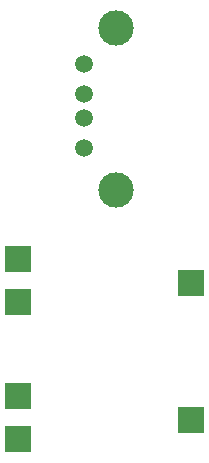
<source format=gbs>
G04 #@! TF.FileFunction,Soldermask,Bot*
%FSLAX46Y46*%
G04 Gerber Fmt 4.6, Leading zero omitted, Abs format (unit mm)*
G04 Created by KiCad (PCBNEW (2015-06-20 BZR 5796, Git fe7bc27)-product) date 22.6.2015 5:54:44*
%MOMM*%
G01*
G04 APERTURE LIST*
%ADD10C,0.100000*%
%ADD11C,1.501140*%
%ADD12C,2.999740*%
%ADD13R,2.235200X2.235200*%
G04 APERTURE END LIST*
D10*
D11*
X131597880Y-65087140D03*
X131597880Y-67627140D03*
X131597880Y-69659140D03*
X131597880Y-72199140D03*
D12*
X134264880Y-62039140D03*
X134264880Y-75755140D03*
D13*
X126000000Y-81600000D03*
X126000000Y-85200000D03*
X140600000Y-83600000D03*
X126000000Y-93200000D03*
X126000000Y-96800000D03*
X140600000Y-95200000D03*
M02*

</source>
